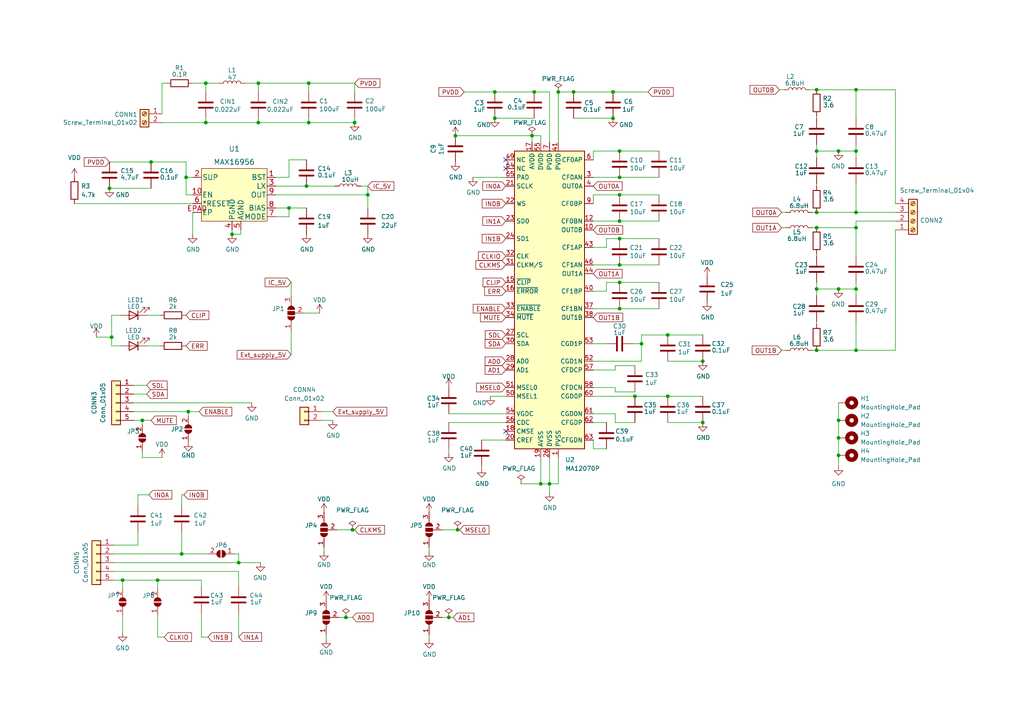
<source format=kicad_sch>
(kicad_sch (version 20211123) (generator eeschema)
  (paper "A4")
  (junction (at 100.33 179.07))
  (junction (at 236.855 83.82))
  (junction (at 203.835 122.555))
  (junction (at 236.855 101.6))
  (junction (at 143.51 34.29))
  (junction (at 69.215 163.195))
  (junction (at 236.855 61.595))
  (junction (at 83.82 60.325))
  (junction (at 243.205 121.92))
  (junction (at 59.69 24.13))
  (junction (at 143.51 26.67))
  (junction (at 156.845 140.335))
  (junction (at 243.205 132.08))
  (junction (at 53.975 51.435))
  (junction (at 236.855 26.035))
  (junction (at 88.9 53.975))
  (junction (at 166.37 26.67))
  (junction (at 32.385 97.79))
  (junction (at 243.205 43.815))
  (junction (at 41.275 121.92))
  (junction (at 45.72 168.275))
  (junction (at 248.285 83.82))
  (junction (at 193.675 114.935))
  (junction (at 179.705 64.135))
  (junction (at 179.705 51.435))
  (junction (at 161.925 26.67))
  (junction (at 154.305 39.37))
  (junction (at 74.93 35.56))
  (junction (at 248.285 43.815))
  (junction (at 67.31 67.945))
  (junction (at 106.68 56.515))
  (junction (at 54.61 119.38))
  (junction (at 179.705 56.515))
  (junction (at 177.8 34.29))
  (junction (at 236.855 66.04))
  (junction (at 248.285 101.6))
  (junction (at 132.08 39.37))
  (junction (at 35.56 168.275))
  (junction (at 186.055 99.695))
  (junction (at 89.535 24.13))
  (junction (at 159.385 140.335))
  (junction (at 193.675 97.155))
  (junction (at 248.285 26.035))
  (junction (at 248.285 66.04))
  (junction (at 177.8 26.67))
  (junction (at 243.205 127))
  (junction (at 74.93 24.13))
  (junction (at 179.705 76.835))
  (junction (at 243.205 83.82))
  (junction (at 236.855 43.815))
  (junction (at 89.535 35.56))
  (junction (at 132.715 153.67))
  (junction (at 203.835 104.775))
  (junction (at 59.69 35.56))
  (junction (at 130.175 179.07))
  (junction (at 179.705 89.535))
  (junction (at 102.235 153.67))
  (junction (at 52.705 160.655))
  (junction (at 248.285 61.595))
  (junction (at 179.705 81.915))
  (junction (at 102.87 35.56))
  (junction (at 184.15 114.935))
  (junction (at 154.94 26.67))
  (junction (at 31.75 54.61))
  (junction (at 179.705 43.815))
  (junction (at 43.815 46.99))
  (junction (at 179.705 69.215))
  (no_connect (at 146.685 125.095))
  (no_connect (at 146.685 46.355))
  (no_connect (at 146.685 48.895))
  (wire (pts (xy 54.61 119.38) (xy 57.785 119.38)))
  (wire (pts (xy 89.535 24.13) (xy 89.535 26.67)))
  (wire (pts (xy 172.085 104.775) (xy 186.055 104.775)))
  (wire (pts (xy 83.82 46.355) (xy 88.9 46.355)))
  (wire (pts (xy 184.15 106.045) (xy 178.435 106.045)))
  (wire (pts (xy 33.02 160.655) (xy 52.705 160.655)))
  (wire (pts (xy 235.585 61.595) (xy 236.855 61.595)))
  (wire (pts (xy 186.055 99.695) (xy 186.055 97.155)))
  (wire (pts (xy 102.87 24.13) (xy 102.87 26.67)))
  (wire (pts (xy 33.02 163.195) (xy 69.215 163.195)))
  (wire (pts (xy 161.925 41.275) (xy 161.925 26.67)))
  (wire (pts (xy 156.845 132.715) (xy 156.845 140.335)))
  (wire (pts (xy 46.99 35.56) (xy 59.69 35.56)))
  (wire (pts (xy 226.695 61.595) (xy 227.965 61.595)))
  (wire (pts (xy 248.285 93.345) (xy 248.285 101.6)))
  (wire (pts (xy 172.085 84.455) (xy 175.895 84.455)))
  (wire (pts (xy 172.085 64.135) (xy 179.705 64.135)))
  (wire (pts (xy 93.345 119.38) (xy 96.52 119.38)))
  (wire (pts (xy 179.705 76.835) (xy 172.085 76.835)))
  (wire (pts (xy 59.69 24.13) (xy 63.5 24.13)))
  (wire (pts (xy 38.735 111.76) (xy 42.545 111.76)))
  (wire (pts (xy 40.005 146.685) (xy 40.005 143.51)))
  (wire (pts (xy 243.205 83.82) (xy 248.285 83.82)))
  (wire (pts (xy 124.46 184.15) (xy 124.46 185.42)))
  (wire (pts (xy 146.685 114.935) (xy 142.24 114.935)))
  (wire (pts (xy 38.735 116.84) (xy 73.025 116.84)))
  (wire (pts (xy 83.82 60.325) (xy 88.9 60.325)))
  (wire (pts (xy 46.99 24.13) (xy 46.99 33.02)))
  (wire (pts (xy 172.085 51.435) (xy 179.705 51.435)))
  (wire (pts (xy 243.205 127) (xy 243.205 132.08)))
  (wire (pts (xy 52.705 160.655) (xy 60.325 160.655)))
  (wire (pts (xy 248.285 81.915) (xy 248.285 83.82)))
  (wire (pts (xy 154.305 39.37) (xy 154.305 41.275)))
  (wire (pts (xy 236.855 53.975) (xy 236.855 53.34)))
  (wire (pts (xy 41.275 121.92) (xy 41.275 123.19)))
  (wire (pts (xy 236.855 43.815) (xy 236.855 45.72)))
  (wire (pts (xy 159.385 132.715) (xy 159.385 140.335)))
  (wire (pts (xy 52.705 143.51) (xy 53.34 143.51)))
  (wire (pts (xy 175.895 84.455) (xy 175.895 81.915)))
  (wire (pts (xy 175.895 69.215) (xy 175.895 71.755)))
  (wire (pts (xy 248.285 26.035) (xy 259.715 26.035)))
  (wire (pts (xy 186.055 99.695) (xy 183.515 99.695)))
  (wire (pts (xy 236.855 81.915) (xy 236.855 83.82)))
  (wire (pts (xy 67.31 66.675) (xy 67.31 67.945)))
  (wire (pts (xy 40.005 143.51) (xy 43.18 143.51)))
  (wire (pts (xy 193.675 97.155) (xy 203.835 97.155)))
  (wire (pts (xy 58.42 184.785) (xy 60.325 184.785)))
  (wire (pts (xy 33.02 168.275) (xy 35.56 168.275)))
  (wire (pts (xy 32.385 97.79) (xy 32.385 100.33)))
  (wire (pts (xy 243.205 121.92) (xy 243.205 127)))
  (wire (pts (xy 236.855 74.295) (xy 236.855 73.66)))
  (wire (pts (xy 191.135 76.835) (xy 179.705 76.835)))
  (wire (pts (xy 178.435 107.315) (xy 172.085 107.315)))
  (wire (pts (xy 236.855 61.595) (xy 248.285 61.595)))
  (wire (pts (xy 89.535 35.56) (xy 89.535 34.29)))
  (wire (pts (xy 248.285 61.595) (xy 259.715 61.595)))
  (wire (pts (xy 154.94 26.67) (xy 159.385 26.67)))
  (wire (pts (xy 80.01 53.975) (xy 88.9 53.975)))
  (wire (pts (xy 179.705 69.215) (xy 175.895 69.215)))
  (wire (pts (xy 53.975 51.435) (xy 55.88 51.435)))
  (wire (pts (xy 248.285 83.82) (xy 248.285 85.725)))
  (wire (pts (xy 38.735 114.3) (xy 42.545 114.3)))
  (wire (pts (xy 236.855 43.815) (xy 243.205 43.815)))
  (wire (pts (xy 156.845 39.37) (xy 156.845 41.275)))
  (wire (pts (xy 88.9 53.975) (xy 97.155 53.975)))
  (wire (pts (xy 139.7 135.255) (xy 139.7 135.89)))
  (wire (pts (xy 97.79 153.67) (xy 102.235 153.67)))
  (wire (pts (xy 41.275 121.92) (xy 43.815 121.92)))
  (wire (pts (xy 46.355 91.44) (xy 42.545 91.44)))
  (wire (pts (xy 166.37 26.67) (xy 177.8 26.67)))
  (wire (pts (xy 156.845 140.335) (xy 159.385 140.335)))
  (wire (pts (xy 69.215 160.655) (xy 69.215 163.195)))
  (wire (pts (xy 259.715 64.135) (xy 248.285 64.135)))
  (wire (pts (xy 236.855 101.6) (xy 248.285 101.6)))
  (wire (pts (xy 69.215 165.735) (xy 69.215 170.18)))
  (wire (pts (xy 151.13 140.335) (xy 156.845 140.335)))
  (wire (pts (xy 35.56 178.435) (xy 35.56 183.515)))
  (wire (pts (xy 59.69 34.29) (xy 59.69 35.56)))
  (wire (pts (xy 67.945 160.655) (xy 69.215 160.655)))
  (wire (pts (xy 226.695 101.6) (xy 227.965 101.6)))
  (wire (pts (xy 243.205 116.84) (xy 243.205 121.92)))
  (wire (pts (xy 159.385 41.275) (xy 159.385 26.67)))
  (wire (pts (xy 179.705 69.215) (xy 191.135 69.215)))
  (wire (pts (xy 74.93 24.13) (xy 89.535 24.13)))
  (wire (pts (xy 89.535 24.13) (xy 102.87 24.13)))
  (wire (pts (xy 32.385 91.44) (xy 32.385 97.79)))
  (wire (pts (xy 38.735 119.38) (xy 54.61 119.38)))
  (wire (pts (xy 178.435 120.015) (xy 178.435 122.555)))
  (wire (pts (xy 248.285 26.035) (xy 248.285 34.29)))
  (wire (pts (xy 178.435 112.395) (xy 172.085 112.395)))
  (wire (pts (xy 130.175 131.445) (xy 130.175 130.175)))
  (wire (pts (xy 106.68 53.975) (xy 106.68 56.515)))
  (wire (pts (xy 248.285 43.815) (xy 248.285 45.72)))
  (wire (pts (xy 248.285 66.04) (xy 248.285 74.295)))
  (wire (pts (xy 59.69 24.13) (xy 59.69 26.67)))
  (wire (pts (xy 191.135 51.435) (xy 179.705 51.435)))
  (wire (pts (xy 132.715 153.67) (xy 133.35 153.67)))
  (wire (pts (xy 243.205 132.08) (xy 243.205 135.255)))
  (wire (pts (xy 236.855 34.29) (xy 236.855 33.655)))
  (wire (pts (xy 203.835 122.555) (xy 193.675 122.555)))
  (wire (pts (xy 83.82 51.435) (xy 83.82 46.355)))
  (wire (pts (xy 178.435 106.045) (xy 178.435 107.315)))
  (wire (pts (xy 31.75 54.61) (xy 43.815 54.61)))
  (wire (pts (xy 53.975 46.99) (xy 43.815 46.99)))
  (wire (pts (xy 80.01 62.865) (xy 83.82 62.865)))
  (wire (pts (xy 236.855 93.98) (xy 236.855 93.345)))
  (wire (pts (xy 74.93 24.13) (xy 74.93 26.67)))
  (wire (pts (xy 48.26 24.13) (xy 46.99 24.13)))
  (wire (pts (xy 80.01 60.325) (xy 83.82 60.325)))
  (wire (pts (xy 172.085 71.755) (xy 175.895 71.755)))
  (wire (pts (xy 102.235 153.67) (xy 102.87 153.67)))
  (wire (pts (xy 172.085 56.515) (xy 179.705 56.515)))
  (wire (pts (xy 41.275 130.81) (xy 41.275 132.715)))
  (wire (pts (xy 248.285 64.135) (xy 248.285 66.04)))
  (wire (pts (xy 41.275 132.715) (xy 46.99 132.715)))
  (wire (pts (xy 67.31 67.945) (xy 69.85 67.945)))
  (wire (pts (xy 38.735 121.92) (xy 41.275 121.92)))
  (wire (pts (xy 35.56 168.275) (xy 35.56 170.815)))
  (wire (pts (xy 46.355 100.33) (xy 42.545 100.33)))
  (wire (pts (xy 236.855 66.04) (xy 248.285 66.04)))
  (wire (pts (xy 74.93 35.56) (xy 89.535 35.56)))
  (wire (pts (xy 71.12 24.13) (xy 74.93 24.13)))
  (wire (pts (xy 159.385 140.335) (xy 159.385 142.875)))
  (wire (pts (xy 172.085 120.015) (xy 178.435 120.015)))
  (wire (pts (xy 128.27 179.07) (xy 130.175 179.07)))
  (wire (pts (xy 172.085 99.695) (xy 175.895 99.695)))
  (wire (pts (xy 27.94 97.79) (xy 32.385 97.79)))
  (wire (pts (xy 74.93 35.56) (xy 59.69 35.56)))
  (wire (pts (xy 172.085 114.935) (xy 184.15 114.935)))
  (wire (pts (xy 184.15 114.935) (xy 193.675 114.935)))
  (wire (pts (xy 58.42 177.8) (xy 58.42 184.785)))
  (wire (pts (xy 55.88 61.595) (xy 55.88 67.945)))
  (wire (pts (xy 83.82 62.865) (xy 83.82 60.325)))
  (wire (pts (xy 236.855 41.91) (xy 236.855 43.815)))
  (wire (pts (xy 74.93 34.29) (xy 74.93 35.56)))
  (wire (pts (xy 106.68 60.325) (xy 106.68 56.515)))
  (wire (pts (xy 235.585 66.04) (xy 236.855 66.04)))
  (wire (pts (xy 40.005 154.305) (xy 40.005 158.115)))
  (wire (pts (xy 161.925 26.67) (xy 166.37 26.67)))
  (wire (pts (xy 259.715 26.035) (xy 259.715 59.055)))
  (wire (pts (xy 54.61 119.38) (xy 54.61 120.65)))
  (wire (pts (xy 93.345 121.92) (xy 96.52 121.92)))
  (wire (pts (xy 88.265 90.805) (xy 92.71 90.805)))
  (wire (pts (xy 45.72 184.785) (xy 47.625 184.785)))
  (wire (pts (xy 154.305 39.37) (xy 156.845 39.37)))
  (wire (pts (xy 179.705 56.515) (xy 191.135 56.515)))
  (wire (pts (xy 52.705 146.685) (xy 52.705 143.51)))
  (wire (pts (xy 33.02 158.115) (xy 40.005 158.115)))
  (wire (pts (xy 259.715 101.6) (xy 248.285 101.6)))
  (wire (pts (xy 128.27 153.67) (xy 132.715 153.67)))
  (wire (pts (xy 45.72 178.435) (xy 45.72 184.785)))
  (wire (pts (xy 80.01 51.435) (xy 83.82 51.435)))
  (wire (pts (xy 161.925 132.715) (xy 161.925 140.335)))
  (wire (pts (xy 55.88 56.515) (xy 53.975 56.515)))
  (wire (pts (xy 137.16 51.435) (xy 146.685 51.435)))
  (wire (pts (xy 179.705 43.815) (xy 191.135 43.815)))
  (wire (pts (xy 146.685 122.555) (xy 130.175 122.555)))
  (wire (pts (xy 146.685 120.015) (xy 130.175 120.015)))
  (wire (pts (xy 186.055 97.155) (xy 193.675 97.155)))
  (wire (pts (xy 172.085 130.175) (xy 175.895 130.175)))
  (wire (pts (xy 236.855 26.035) (xy 248.285 26.035)))
  (wire (pts (xy 53.975 51.435) (xy 53.975 46.99)))
  (wire (pts (xy 226.06 26.035) (xy 227.33 26.035)))
  (wire (pts (xy 130.175 179.07) (xy 131.445 179.07)))
  (wire (pts (xy 184.15 113.665) (xy 178.435 113.665)))
  (wire (pts (xy 172.085 122.555) (xy 175.895 122.555)))
  (wire (pts (xy 32.385 100.33) (xy 34.925 100.33)))
  (wire (pts (xy 45.72 168.275) (xy 45.72 170.815)))
  (wire (pts (xy 172.085 43.815) (xy 172.085 46.355)))
  (wire (pts (xy 191.135 89.535) (xy 179.705 89.535)))
  (wire (pts (xy 84.455 81.915) (xy 84.455 85.725)))
  (wire (pts (xy 248.285 41.91) (xy 248.285 43.815)))
  (wire (pts (xy 154.94 26.67) (xy 143.51 26.67)))
  (wire (pts (xy 166.37 34.29) (xy 177.8 34.29)))
  (wire (pts (xy 186.055 104.775) (xy 186.055 99.695)))
  (wire (pts (xy 191.135 81.915) (xy 179.705 81.915)))
  (wire (pts (xy 175.895 81.915) (xy 179.705 81.915)))
  (wire (pts (xy 102.87 35.56) (xy 102.87 34.29)))
  (wire (pts (xy 259.715 66.675) (xy 259.715 101.6)))
  (wire (pts (xy 172.085 43.815) (xy 179.705 43.815)))
  (wire (pts (xy 143.51 34.29) (xy 154.94 34.29)))
  (wire (pts (xy 69.215 184.785) (xy 69.215 177.8)))
  (wire (pts (xy 100.33 179.07) (xy 102.235 179.07)))
  (wire (pts (xy 172.085 56.515) (xy 172.085 59.055)))
  (wire (pts (xy 89.535 35.56) (xy 102.87 35.56)))
  (wire (pts (xy 69.215 163.195) (xy 75.565 163.195)))
  (wire (pts (xy 235.585 101.6) (xy 236.855 101.6)))
  (wire (pts (xy 34.925 91.44) (xy 32.385 91.44)))
  (wire (pts (xy 55.88 24.13) (xy 59.69 24.13)))
  (wire (pts (xy 234.95 26.035) (xy 236.855 26.035)))
  (wire (pts (xy 243.205 43.815) (xy 248.285 43.815)))
  (wire (pts (xy 193.675 104.775) (xy 203.835 104.775)))
  (wire (pts (xy 58.42 170.18) (xy 58.42 168.275)))
  (wire (pts (xy 236.855 83.82) (xy 236.855 85.725)))
  (wire (pts (xy 193.675 114.935) (xy 203.835 114.935)))
  (wire (pts (xy 84.455 102.87) (xy 84.455 95.885)))
  (wire (pts (xy 94.615 184.15) (xy 94.615 185.42)))
  (wire (pts (xy 236.855 83.82) (xy 243.205 83.82)))
  (wire (pts (xy 134.62 26.67) (xy 143.51 26.67)))
  (wire (pts (xy 248.285 53.34) (xy 248.285 61.595)))
  (wire (pts (xy 172.085 89.535) (xy 179.705 89.535)))
  (wire (pts (xy 93.98 158.75) (xy 93.98 160.02)))
  (wire (pts (xy 161.925 140.335) (xy 159.385 140.335)))
  (wire (pts (xy 35.56 168.275) (xy 45.72 168.275)))
  (wire (pts (xy 98.425 179.07) (xy 100.33 179.07)))
  (wire (pts (xy 104.775 53.975) (xy 106.68 53.975)))
  (wire (pts (xy 69.85 67.945) (xy 69.85 66.675)))
  (wire (pts (xy 80.01 56.515) (xy 106.68 56.515)))
  (wire (pts (xy 58.42 168.275) (xy 45.72 168.275)))
  (wire (pts (xy 124.46 158.75) (xy 124.46 160.02)))
  (wire (pts (xy 179.705 64.135) (xy 191.135 64.135)))
  (wire (pts (xy 146.685 127.635) (xy 139.7 127.635)))
  (wire (pts (xy 172.085 127.635) (xy 172.085 130.175)))
  (wire (pts (xy 52.705 154.305) (xy 52.705 160.655)))
  (wire (pts (xy 178.435 113.665) (xy 178.435 112.395)))
  (wire (pts (xy 33.02 165.735) (xy 69.215 165.735)))
  (wire (pts (xy 132.08 39.37) (xy 154.305 39.37)))
  (wire (pts (xy 177.8 26.67) (xy 187.96 26.67)))
  (wire (pts (xy 21.59 59.055) (xy 55.88 59.055)))
  (wire (pts (xy 178.435 122.555) (xy 184.15 122.555)))
  (wire (pts (xy 31.75 46.99) (xy 43.815 46.99)))
  (wire (pts (xy 226.695 66.04) (xy 227.965 66.04)))
  (wire (pts (xy 53.975 56.515) (xy 53.975 51.435)))
  (global_label "IN1B" (shape input) (at 60.325 184.785 0) (property "Intersheet References" "${INTERSHEET_REFS}" (effects hide)))
  (global_label "OUT1A" (shape input) (at 172.085 79.375 0) (property "Intersheet References" "${INTERSHEET_REFS}" (effects hide)))
  (global_label "OUT1B" (shape input) (at 226.695 101.6 180) (property "Intersheet References" "${INTERSHEET_REFS}" (effects hide)))
  (global_label "ENABLE" (shape input) (at 57.785 119.38 0) (property "Intersheet References" "${INTERSHEET_REFS}" (effects hide)))
  (global_label "Ext_supply_5V" (shape input) (at 96.52 119.38 0) (property "Intersheet References" "${INTERSHEET_REFS}" (effects hide)))
  (global_label "PVDD" (shape input) (at 102.87 24.13 0) (property "Intersheet References" "${INTERSHEET_REFS}" (effects hide)))
  (global_label "IC_5V" (shape input) (at 106.68 53.975 0) (property "Intersheet References" "${INTERSHEET_REFS}" (effects hide)))
  (global_label "IN0B" (shape input) (at 146.685 59.055 180) (property "Intersheet References" "${INTERSHEET_REFS}" (effects hide)))
  (global_label "MSEL0" (shape input) (at 146.685 112.395 180) (property "Intersheet References" "${INTERSHEET_REFS}" (effects hide)))
  (global_label "MUTE" (shape input) (at 146.685 92.075 180) (property "Intersheet References" "${INTERSHEET_REFS}" (effects hide)))
  (global_label "OUT0A" (shape input) (at 172.085 53.975 0) (property "Intersheet References" "${INTERSHEET_REFS}" (effects hide)))
  (global_label "OUT0A" (shape input) (at 226.695 61.595 180) (property "Intersheet References" "${INTERSHEET_REFS}" (effects hide)))
  (global_label "SDL" (shape input) (at 42.545 111.76 0) (property "Intersheet References" "${INTERSHEET_REFS}" (effects hide)))
  (global_label "CLKMS" (shape input) (at 102.87 153.67 0) (property "Intersheet References" "${INTERSHEET_REFS}" (effects hide)))
  (global_label "CLKIO" (shape input) (at 47.625 184.785 0) (property "Intersheet References" "${INTERSHEET_REFS}" (effects hide)))
  (global_label "PVDD" (shape input) (at 134.62 26.67 180) (property "Intersheet References" "${INTERSHEET_REFS}" (effects hide)))
  (global_label "CLIP" (shape input) (at 53.975 91.44 0) (property "Intersheet References" "${INTERSHEET_REFS}" (effects hide)))
  (global_label "AD0" (shape input) (at 102.235 179.07 0) (property "Intersheet References" "${INTERSHEET_REFS}" (effects hide)))
  (global_label "PVDD" (shape input) (at 187.96 26.67 0) (property "Intersheet References" "${INTERSHEET_REFS}" (effects hide)))
  (global_label "IN1A" (shape input) (at 69.215 184.785 0) (property "Intersheet References" "${INTERSHEET_REFS}" (effects hide)))
  (global_label "SDA" (shape input) (at 146.685 99.695 180) (property "Intersheet References" "${INTERSHEET_REFS}" (effects hide)))
  (global_label "ERR" (shape input) (at 53.975 100.33 0) (property "Intersheet References" "${INTERSHEET_REFS}" (effects hide)))
  (global_label "IN1B" (shape input) (at 146.685 69.215 180) (property "Intersheet References" "${INTERSHEET_REFS}" (effects hide)))
  (global_label "MUTE" (shape input) (at 43.815 121.92 0) (property "Intersheet References" "${INTERSHEET_REFS}" (effects hide)))
  (global_label "AD1" (shape input) (at 131.445 179.07 0) (property "Intersheet References" "${INTERSHEET_REFS}" (effects hide)))
  (global_label "Ext_supply_5V" (shape input) (at 84.455 102.87 180) (property "Intersheet References" "${INTERSHEET_REFS}" (effects hide)))
  (global_label "OUT0B" (shape input) (at 172.085 66.675 0) (property "Intersheet References" "${INTERSHEET_REFS}" (effects hide)))
  (global_label "CLIP" (shape input) (at 146.685 81.915 180) (property "Intersheet References" "${INTERSHEET_REFS}" (effects hide)))
  (global_label "IN0B" (shape input) (at 53.34 143.51 0) (property "Intersheet References" "${INTERSHEET_REFS}" (effects hide)))
  (global_label "CLKMS" (shape input) (at 146.685 76.835 180) (property "Intersheet References" "${INTERSHEET_REFS}" (effects hide)))
  (global_label "IN0A" (shape input) (at 146.685 53.975 180) (property "Intersheet References" "${INTERSHEET_REFS}" (effects hide)))
  (global_label "AD1" (shape input) (at 146.685 107.315 180) (property "Intersheet References" "${INTERSHEET_REFS}" (effects hide)))
  (global_label "ENABLE" (shape input) (at 146.685 89.535 180) (property "Intersheet References" "${INTERSHEET_REFS}" (effects hide)))
  (global_label "IN0A" (shape input) (at 43.18 143.51 0) (property "Intersheet References" "${INTERSHEET_REFS}" (effects hide)))
  (global_label "IC_5V" (shape input) (at 84.455 81.915 180) (property "Intersheet References" "${INTERSHEET_REFS}" (effects hide)))
  (global_label "AD0" (shape input) (at 146.685 104.775 180) (property "Intersheet References" "${INTERSHEET_REFS}" (effects hide)))
  (global_label "OUT0B" (shape input) (at 226.06 26.035 180) (property "Intersheet References" "${INTERSHEET_REFS}" (effects hide)))
  (global_label "ERR" (shape input) (at 146.685 84.455 180) (property "Intersheet References" "${INTERSHEET_REFS}" (effects hide)))
  (global_label "SDL" (shape input) (at 146.685 97.155 180) (property "Intersheet References" "${INTERSHEET_REFS}" (effects hide)))
  (global_label "PVDD" (shape input) (at 31.75 46.99 180) (property "Intersheet References" "${INTERSHEET_REFS}" (effects hide)))
  (global_label "OUT1B" (shape input) (at 172.085 92.075 0) (property "Intersheet References" "${INTERSHEET_REFS}" (effects hide)))
  (global_label "SDA" (shape input) (at 42.545 114.3 0) (property "Intersheet References" "${INTERSHEET_REFS}" (effects hide)))
  (global_label "CLKIO" (shape input) (at 146.685 74.295 180) (property "Intersheet References" "${INTERSHEET_REFS}" (effects hide)))
  (global_label "OUT1A" (shape input) (at 226.695 66.04 180) (property "Intersheet References" "${INTERSHEET_REFS}" (effects hide)))
  (global_label "MSEL0" (shape input) (at 133.35 153.67 0) (property "Intersheet References" "${INTERSHEET_REFS}" (effects hide)))
  (global_label "IN1A" (shape input) (at 146.685 64.135 180) (property "Intersheet References" "${INTERSHEET_REFS}" (effects hide)))
  (symbol (lib_id "Device:L") (at 231.14 26.035 270) (mirror x) (unit 1)
    (property "Reference" "L2" (at 229.235 22.225 90))
    (property "Value" "6.8uH" (at 230.505 24.13 90))
    (property "Footprint" "Inductor_Murata_TH:L_Radial_TH_Murata_D16.9_P14.0" (effects hide))
    (property "manufacturerRef" "RLB9012-6R8ML" (effects hide))
    (property "property_1" "D9.0xH12.2" (effects hide))
  )
  (symbol (lib_id "Device:R") (at 236.855 29.845 0) (mirror y) (unit 1)
    (property "Reference" "R2" (at 241.3 28.575 0) (effects (justify left)))
    (property "Value" "3.6" (at 241.935 30.48 0) (effects (justify left)))
    (property "Footprint" "Resistor_SMD:R_1206_3216Metric" (effects hide))
  )
  (symbol (lib_id "Device:C") (at 236.855 38.1 0) (mirror y) (unit 1)
    (property "Reference" "C7" (at 231.775 36.83 0))
    (property "Value" "1uF" (at 231.775 38.735 0))
    (property "Footprint" "Capacitor_TH_TDK:C_Rect_L7.3_W4.5_P5.0" (effects hide))
    (property "property_1" "L13.0xW5.0" (effects hide))
    (property "infineonRef" "C0A0" (effects hide))
  )
  (symbol (lib_id "power:GND") (at 243.205 43.815 0) (mirror y) (unit 1)
    (property "Reference" "#PWR05" (effects hide))
    (property "Value" "GND" (at 243.078 48.2092 0))
  )
  (symbol (lib_id "Device:L") (at 231.775 61.595 270) (mirror x) (unit 1)
    (property "Reference" "L4" (at 231.14 57.785 90))
    (property "Value" "6.8uH" (at 231.775 59.69 90))
    (property "Footprint" "Inductor_Murata_TH:L_Radial_TH_Murata_D16.9_P14.0" (effects hide))
    (property "manufacturerRef" "RLB9012-6R8ML" (effects hide))
    (property "property_1" "D9.0xH12.2" (effects hide))
  )
  (symbol (lib_id "Device:C") (at 248.285 38.1 180) (unit 1)
    (property "Reference" "C8" (at 250.825 36.83 0) (effects (justify right)))
    (property "Value" "0.47uF" (at 250.825 38.735 0) (effects (justify right)))
    (property "Footprint" "Capacitor_TH_TDK:C_Rect_L7.3_W4.5_P5.0" (effects hide))
    (property "infineonRef" "C0B1" (effects hide))
    (property "property_1" "L7.2xW4.5" (effects hide))
  )
  (symbol (lib_id "Device:R") (at 236.855 57.785 0) (mirror y) (unit 1)
    (property "Reference" "R4" (at 241.3 55.88 0) (effects (justify left)))
    (property "Value" "3.6" (at 241.935 57.785 0) (effects (justify left)))
    (property "Footprint" "Resistor_SMD:R_1206_3216Metric" (effects hide))
  )
  (symbol (lib_id "Device:C") (at 236.855 49.53 180) (unit 1)
    (property "Reference" "C12" (at 232.41 48.26 0))
    (property "Value" "1uF" (at 232.41 50.165 0))
    (property "Footprint" "Capacitor_TH_TDK:C_Rect_L7.3_W4.5_P5.0" (effects hide))
    (property "property_1" "L13.0xW5.0" (effects hide))
    (property "infineonRef" "C0B0" (effects hide))
  )
  (symbol (lib_id "Device:C") (at 248.285 49.53 180) (unit 1)
    (property "Reference" "C13" (at 250.825 48.26 0) (effects (justify right)))
    (property "Value" "0.47uF" (at 250.825 50.165 0) (effects (justify right)))
    (property "Footprint" "Capacitor_TH_TDK:C_Rect_L7.3_W4.5_P5.0" (effects hide))
    (property "infineonRef" "C0A1" (effects hide))
    (property "property_1" "L7.2xW4.5" (effects hide))
  )
  (symbol (lib_id "Connector:Screw_Terminal_01x04") (at 264.795 64.135 0) (mirror x) (unit 1)
    (property "Reference" "CONN2" (at 266.827 63.9318 0) (effects (justify left)))
    (property "Value" "Screw_Terminal_01x04" (at 260.985 55.245 0) (effects (justify left)))
    (property "Footprint" "TerminalBlock_Phoenix:TerminalBlock_Phoenix_MKDS-1,5-4_1x04_P5.00mm_Horizontal" (effects hide))
  )
  (symbol (lib_id "Connector:Screw_Terminal_01x02") (at 41.91 33.02 0) (mirror y) (unit 1)
    (property "Reference" "CONN1" (at 39.878 33.2232 0) (effects (justify left)))
    (property "Value" "Screw_Terminal_01x02" (at 39.878 35.5346 0) (effects (justify left)))
    (property "Footprint" "TerminalBlock_Phoenix:TerminalBlock_Phoenix_MKDS-1,5-2_1x02_P5.00mm_Horizontal" (effects hide))
  )
  (symbol (lib_id "Device:C") (at 179.705 47.625 0) (unit 1)
    (property "Reference" "C10" (at 182.626 46.4566 0) (effects (justify left)))
    (property "Value" "10uF" (at 182.626 48.768 0) (effects (justify left)))
    (property "Footprint" "Capacitor_SMD:C_1206_3216Metric" (effects hide))
    (property "infineonRef" "CF0A0" (effects hide))
    (property "property_1" "X5R" (effects hide))
    (property "property_2" "25V" (effects hide))
    (property "manufacturerRef" "GRM31CR71E106KA12L" (effects hide))
  )
  (symbol (lib_id "Device:C") (at 191.135 47.625 0) (unit 1)
    (property "Reference" "C11" (at 194.056 46.4566 0) (effects (justify left)))
    (property "Value" "10uF" (at 194.056 48.768 0) (effects (justify left)))
    (property "Footprint" "Capacitor_SMD:C_1206_3216Metric" (effects hide))
    (property "infineonRef" "CF0A1" (effects hide))
    (property "property_1" "X5R" (effects hide))
    (property "property_2" "25V" (effects hide))
    (property "manufacturerRef" "GRM31CR71E106KA12L" (effects hide))
  )
  (symbol (lib_id "Device:C") (at 179.705 60.325 0) (unit 1)
    (property "Reference" "C17" (at 182.626 59.1566 0) (effects (justify left)))
    (property "Value" "10uF" (at 182.626 61.468 0) (effects (justify left)))
    (property "Footprint" "Capacitor_SMD:C_1206_3216Metric" (effects hide))
    (property "infineonRef" "CF0B0" (effects hide))
    (property "property_1" "X5R" (effects hide))
    (property "property_2" "25V" (effects hide))
    (property "manufacturerRef" "GRM31CR71E106KA12L" (effects hide))
  )
  (symbol (lib_id "Device:C") (at 191.135 60.325 0) (unit 1)
    (property "Reference" "C18" (at 194.056 59.1566 0) (effects (justify left)))
    (property "Value" "10uF" (at 194.056 61.468 0) (effects (justify left)))
    (property "Footprint" "Capacitor_SMD:C_1206_3216Metric" (effects hide))
    (property "infineonRef" "CF0B1" (effects hide))
    (property "property_1" "X5R" (effects hide))
    (property "property_2" "25V" (effects hide))
    (property "manufacturerRef" "GRM31CR71E106KA12L" (effects hide))
  )
  (symbol (lib_id "Device:C") (at 179.705 73.025 0) (unit 1)
    (property "Reference" "C21" (at 182.626 71.8566 0) (effects (justify left)))
    (property "Value" "10uF" (at 182.626 74.168 0) (effects (justify left)))
    (property "Footprint" "Capacitor_SMD:C_1206_3216Metric" (effects hide))
    (property "infineonRef" "CF1A0" (effects hide))
    (property "property_1" "X5R" (effects hide))
    (property "property_2" "25V" (effects hide))
    (property "manufacturerRef" "GRM31CR71E106KA12L" (effects hide))
  )
  (symbol (lib_id "Device:C") (at 191.135 73.025 0) (unit 1)
    (property "Reference" "C22" (at 194.056 71.8566 0) (effects (justify left)))
    (property "Value" "10uF" (at 194.056 74.168 0) (effects (justify left)))
    (property "Footprint" "Capacitor_SMD:C_1206_3216Metric" (effects hide))
    (property "infineonRef" "CF1A1" (effects hide))
    (property "property_1" "X5R" (effects hide))
    (property "property_2" "25V" (effects hide))
    (property "manufacturerRef" "GRM31CR71E106KA12L" (effects hide))
  )
  (symbol (lib_id "Device:C") (at 179.705 85.725 0) (unit 1)
    (property "Reference" "C26" (at 182.626 84.5566 0) (effects (justify left)))
    (property "Value" "10uF" (at 182.626 86.868 0) (effects (justify left)))
    (property "Footprint" "Capacitor_SMD:C_1206_3216Metric" (effects hide))
    (property "infineonRef" "CF1B0" (effects hide))
    (property "property_1" "X5R" (effects hide))
    (property "property_2" "25V" (effects hide))
    (property "manufacturerRef" "GRM31CR71E106KA12L" (effects hide))
  )
  (symbol (lib_id "Device:C") (at 191.135 85.725 0) (unit 1)
    (property "Reference" "C27" (at 194.056 84.5566 0) (effects (justify left)))
    (property "Value" "10uF" (at 194.056 86.868 0) (effects (justify left)))
    (property "Footprint" "Capacitor_SMD:C_1206_3216Metric" (effects hide))
    (property "infineonRef" "CF1B1" (effects hide))
    (property "property_1" "X5R" (effects hide))
    (property "property_2" "25V" (effects hide))
    (property "manufacturerRef" "GRM31CR71E106KA12L" (effects hide))
  )
  (symbol (lib_id "power:GND") (at 124.46 185.42 0) (unit 1)
    (property "Reference" "#PWR040" (effects hide))
    (property "Value" "GND" (at 124.587 189.8142 0))
  )
  (symbol (lib_id "power:GND") (at 94.615 185.42 0) (unit 1)
    (property "Reference" "#PWR039" (effects hide))
    (property "Value" "GND" (at 94.615 189.23 0))
  )
  (symbol (lib_id "power:GND") (at 142.24 114.935 0) (unit 1)
    (property "Reference" "#PWR021" (effects hide))
    (property "Value" "GND" (at 139.065 116.84 0))
  )
  (symbol (lib_id "power:GND") (at 159.385 142.875 0) (unit 1)
    (property "Reference" "#PWR030" (effects hide))
    (property "Value" "GND" (at 159.512 147.2692 0))
  )
  (symbol (lib_id "Device:C") (at 179.705 99.695 270) (unit 1)
    (property "Reference" "C30" (at 179.705 94.615 90))
    (property "Value" "1uF" (at 179.705 96.52 90))
    (property "Footprint" "Capacitor_SMD:C_1206_3216Metric" (effects hide))
    (property "infineonRef" "CGD0" (effects hide))
    (property "property_1" "X7R" (effects hide))
    (property "property_2" "50V" (effects hide))
    (property "manufacturerRef" "GCJ31MR71H105KA12L" (effects hide))
  )
  (symbol (lib_id "Device:C") (at 193.675 100.965 0) (unit 1)
    (property "Reference" "C31" (at 196.596 99.7966 0) (effects (justify left)))
    (property "Value" "1uF" (at 196.596 102.108 0) (effects (justify left)))
    (property "Footprint" "Capacitor_SMD:C_1206_3216Metric" (effects hide))
    (property "infineonRef" "CGD1N1" (effects hide))
    (property "property_1" "X7R" (effects hide))
    (property "property_2" "50V" (effects hide))
    (property "manufacturerRef" "GCJ31MR71H105KA12L" (effects hide))
  )
  (symbol (lib_id "Device:C") (at 203.835 100.965 180) (unit 1)
    (property "Reference" "C32" (at 206.375 99.695 0) (effects (justify right)))
    (property "Value" "0.1uF" (at 206.375 101.6 0) (effects (justify right)))
    (property "Footprint" "Capacitor_SMD:C_1206_3216Metric" (effects hide))
    (property "infineonRef" "CGD1N0" (effects hide))
    (property "property_1" "C0G/NP0" (effects hide))
    (property "property_2" "50V" (effects hide))
    (property "manufacturerRef" "GRM31C5C1H104JA01K" (effects hide))
  )
  (symbol (lib_id "power:GND") (at 203.835 122.555 0) (unit 1)
    (property "Reference" "#PWR024" (effects hide))
    (property "Value" "GND" (at 203.962 126.9492 0))
  )
  (symbol (lib_id "Device:C") (at 130.175 116.205 0) (unit 1)
    (property "Reference" "C34" (at 125.73 115.57 0))
    (property "Value" "1uF" (at 125.73 117.475 0))
    (property "Footprint" "Capacitor_SMD:C_1206_3216Metric" (effects hide))
    (property "infineonRef" "CVGDC" (effects hide))
    (property "property_1" "X7R" (effects hide))
    (property "property_2" "50V" (effects hide))
    (property "manufacturerRef" "GCJ31MR71H105KA12L" (effects hide))
  )
  (symbol (lib_id "Device:C") (at 130.175 126.365 0) (unit 1)
    (property "Reference" "C38" (at 125.73 125.73 0))
    (property "Value" "1uF" (at 125.73 127.635 0))
    (property "Footprint" "Capacitor_SMD:C_1206_3216Metric" (effects hide))
    (property "infineonRef" "CCDC" (effects hide))
    (property "property_1" "X7R" (effects hide))
    (property "property_2" "50V" (effects hide))
    (property "manufacturerRef" "GCJ31MR71H105KA12L" (effects hide))
  )
  (symbol (lib_id "power:GND") (at 130.175 131.445 0) (unit 1)
    (property "Reference" "#PWR026" (effects hide))
    (property "Value" "GND" (at 130.302 135.8392 0))
  )
  (symbol (lib_id "Device:C") (at 139.7 131.445 0) (unit 1)
    (property "Reference" "C40" (at 135.255 130.175 0))
    (property "Value" "1uF" (at 135.255 132.08 0))
    (property "Footprint" "Capacitor_SMD:C_1206_3216Metric" (effects hide))
    (property "infineonRef" "CCREF" (effects hide))
    (property "property_1" "X7R" (effects hide))
    (property "property_2" "50V" (effects hide))
    (property "manufacturerRef" "GCJ31MR71H105KA12L" (effects hide))
  )
  (symbol (lib_id "power:GND") (at 139.7 135.89 0) (unit 1)
    (property "Reference" "#PWR029" (effects hide))
    (property "Value" "GND" (at 139.827 140.2842 0))
  )
  (symbol (lib_id "Device:C") (at 175.895 126.365 180) (unit 1)
    (property "Reference" "C39" (at 178.435 125.095 0) (effects (justify right)))
    (property "Value" "0.1uF" (at 178.435 127.4064 0) (effects (justify right)))
    (property "Footprint" "Capacitor_SMD:C_1206_3216Metric" (effects hide))
    (property "infineonRef" "CFGD" (effects hide))
    (property "property_1" "C0G/NP0" (effects hide))
    (property "property_2" "50V" (effects hide))
    (property "manufacturerRef" "GRM31C5C1H104JA01K" (effects hide))
  )
  (symbol (lib_id "Device:C") (at 184.15 118.745 0) (unit 1)
    (property "Reference" "C35" (at 188.595 117.475 0))
    (property "Value" "1uF" (at 188.595 119.38 0))
    (property "Footprint" "Capacitor_SMD:C_1206_3216Metric" (effects hide))
    (property "infineonRef" "CGD1" (effects hide))
    (property "property_1" "X7R" (effects hide))
    (property "property_2" "50V" (effects hide))
    (property "manufacturerRef" "GCJ31MR71H105KA12L" (effects hide))
  )
  (symbol (lib_id "Device:C") (at 193.675 118.745 0) (unit 1)
    (property "Reference" "C36" (at 196.215 117.475 0) (effects (justify left)))
    (property "Value" "1uF" (at 196.215 119.38 0) (effects (justify left)))
    (property "Footprint" "Capacitor_SMD:C_1206_3216Metric" (effects hide))
    (property "infineonRef" "CGD0N1" (effects hide))
    (property "property_1" "X7R" (effects hide))
    (property "property_2" "50V" (effects hide))
    (property "manufacturerRef" "GCJ31MR71H105KA12L" (effects hide))
  )
  (symbol (lib_id "Device:C") (at 203.835 118.745 180) (unit 1)
    (property "Reference" "C37" (at 206.375 117.475 0) (effects (justify right)))
    (property "Value" "0.1uF" (at 206.375 119.38 0) (effects (justify right)))
    (property "Footprint" "Capacitor_SMD:C_1206_3216Metric" (effects hide))
    (property "infineonRef" "CGD0N0" (effects hide))
    (property "property_1" "C0G/NP0" (effects hide))
    (property "property_2" "50V" (effects hide))
    (property "manufacturerRef" "GRM31C5C1H104JA01K" (effects hide))
  )
  (symbol (lib_id "power:GND") (at 203.835 104.775 0) (unit 1)
    (property "Reference" "#PWR019" (effects hide))
    (property "Value" "GND" (at 203.962 109.1692 0))
  )
  (symbol (lib_id "Device:C") (at 184.15 109.855 0) (unit 1)
    (property "Reference" "C33" (at 187.071 108.6866 0) (effects (justify left)))
    (property "Value" "1uF" (at 187.071 110.998 0) (effects (justify left)))
    (property "Footprint" "Capacitor_SMD:C_1206_3216Metric" (effects hide))
    (property "infineonRef" "CFDC" (effects hide))
    (property "property_1" "X7R" (effects hide))
    (property "property_2" "50V" (effects hide))
    (property "manufacturerRef" "GCJ31MR71H105KA12L" (effects hide))
  )
  (symbol (lib_id "Device:C") (at 166.37 30.48 0) (unit 1)
    (property "Reference" "C5" (at 170.815 29.845 0))
    (property "Value" "0.1uF" (at 171.7675 31.7881 0))
    (property "Footprint" "Capacitor_SMD:C_1206_3216Metric" (effects hide))
    (property "infineonRef" "CPVDD1A" (effects hide))
    (property "property_1" "C0G/NP0" (effects hide))
    (property "property_2" "50V" (effects hide))
    (property "manufacturerRef" "GRM31C5C1H104JA01K" (effects hide))
  )
  (symbol (lib_id "Device:C") (at 177.8 30.48 0) (unit 1)
    (property "Reference" "C6" (at 182.245 29.4386 0))
    (property "Value" "1uF" (at 182.245 31.75 0))
    (property "Footprint" "Capacitor_SMD:C_1206_3216Metric" (effects hide))
    (property "infineonRef" "CPVDD1B" (effects hide))
    (property "property_1" "X7R" (effects hide))
    (property "property_2" "50V" (effects hide))
    (property "manufacturerRef" "GCJ31MR71H105KA12L" (effects hide))
  )
  (symbol (lib_id "power:GND") (at 177.8 34.29 0) (unit 1)
    (property "Reference" "#PWR02" (effects hide))
    (property "Value" "GND" (at 181.61 36.195 0))
  )
  (symbol (lib_id "Device:C") (at 154.94 30.48 0) (mirror y) (unit 1)
    (property "Reference" "C4" (at 150.1775 29.2481 0))
    (property "Value" "0.1uF" (at 149.86 31.115 0))
    (property "Footprint" "Capacitor_SMD:C_1206_3216Metric" (effects hide))
    (property "infineonRef" "CPVDD0A" (effects hide))
    (property "property_1" "C0G/NP0" (effects hide))
    (property "property_2" "50V" (effects hide))
    (property "manufacturerRef" "GRM31C5C1H104JA01K" (effects hide))
  )
  (symbol (lib_id "Device:C") (at 143.51 30.48 0) (mirror y) (unit 1)
    (property "Reference" "C3" (at 139.065 29.845 0))
    (property "Value" "1uF" (at 139.065 31.75 0))
    (property "Footprint" "Capacitor_SMD:C_1206_3216Metric" (effects hide))
    (property "infineonRef" "CPVDD0B" (effects hide))
    (property "property_1" "X7R" (effects hide))
    (property "property_2" "50V" (effects hide))
    (property "manufacturerRef" "GCJ31MR71H105KA12L" (effects hide))
  )
  (symbol (lib_id "power:GND") (at 143.51 34.29 0) (mirror y) (unit 1)
    (property "Reference" "#PWR01" (effects hide))
    (property "Value" "GND" (at 140.335 36.195 0))
  )
  (symbol (lib_id "Device:C") (at 132.08 43.18 0) (mirror y) (unit 1)
    (property "Reference" "C9" (at 125.6792 43.18 90))
    (property "Value" "1uF" (at 127.9906 43.18 90))
    (property "Footprint" "Capacitor_SMD:C_1206_3216Metric" (effects hide))
    (property "infineonRef" "CAVDD0" (effects hide))
    (property "property_1" "X7R" (effects hide))
    (property "property_2" "50V" (effects hide))
    (property "manufacturerRef" "GCJ31MR71H105KA12L" (effects hide))
  )
  (symbol (lib_id "power:GND") (at 132.08 46.99 0) (unit 1)
    (property "Reference" "#PWR06" (effects hide))
    (property "Value" "GND" (at 132.207 51.3842 0))
  )
  (symbol (lib_id "Device:R") (at 50.165 91.44 270) (unit 1)
    (property "Reference" "R6" (at 50.165 86.995 90))
    (property "Value" "2k" (at 50.165 88.9 90))
    (property "Footprint" "Resistor_SMD:R_1206_3216Metric" (effects hide))
    (property "infineonRef" "R_CLIP" (effects hide))
  )
  (symbol (lib_id "Device:R") (at 50.165 100.33 270) (unit 1)
    (property "Reference" "R8" (at 50.165 95.885 90))
    (property "Value" "2k" (at 50.165 97.79 90))
    (property "Footprint" "Resistor_SMD:R_1206_3216Metric" (effects hide))
    (property "infineonRef" "R_ERROR" (effects hide))
  )
  (symbol (lib_id "Device:LED") (at 38.735 91.44 180) (unit 1)
    (property "Reference" "LED1" (at 39.37 86.995 0))
    (property "Value" "LED" (at 38.735 88.9 0))
    (property "Footprint" "LED_SMD:LED_1206_3216Metric" (effects hide))
    (property "infineonRef" "CLIP_LED_1" (effects hide))
  )
  (symbol (lib_id "Device:LED") (at 38.735 100.33 180) (unit 1)
    (property "Reference" "LED2" (at 38.735 95.885 0))
    (property "Value" "LED" (at 38.735 97.79 0))
    (property "Footprint" "LED_SMD:LED_1206_3216Metric" (effects hide))
    (property "infineonRef" "ERROR_LED_1" (effects hide))
  )
  (symbol (lib_id "Device:R") (at 52.07 24.13 90) (unit 1)
    (property "Reference" "R1" (at 52.07 19.685 90))
    (property "Value" "0.1R" (at 52.07 21.59 90))
    (property "Footprint" "Resistor_SMD:R_2512_6332Metric" (effects hide))
    (property "infineonRef" "RPVDD1" (effects hide))
  )
  (symbol (lib_id "Device:C") (at 59.69 30.48 0) (mirror x) (unit 1)
    (property "Reference" "CIN1" (at 66.04 29.4386 0))
    (property "Value" "0.022uF" (at 66.04 31.75 0))
    (property "Footprint" "Capacitor_SMD:C_1206_3216Metric" (effects hide))
    (property "infineonRef" "CIN0" (effects hide))
    (property "property_1" "C0G/NP0" (effects hide))
    (property "property_2" "50V" (effects hide))
    (property "manufacturerRef" "GRM3195C1H223JA01D" (effects hide))
  )
  (symbol (lib_id "Device:L") (at 67.31 24.13 90) (unit 1)
    (property "Reference" "L1" (at 67.31 20.32 90))
    (property "Value" "47" (at 67.31 22.4536 90))
    (property "Footprint" "Inductor_SMD:L_2010_5025Metric" (effects hide))
    (property "infineonRef" "LSUP1" (effects hide))
  )
  (symbol (lib_id "Device:C") (at 74.93 30.48 0) (mirror x) (unit 1)
    (property "Reference" "CIN2" (at 81.28 29.4386 0))
    (property "Value" "0.022uF" (at 81.28 31.75 0))
    (property "Footprint" "Capacitor_SMD:C_1206_3216Metric" (effects hide))
    (property "infineonRef" "CIN1" (effects hide))
    (property "property_1" "C0G/NP0" (effects hide))
    (property "property_2" "50V" (effects hide))
    (property "manufacturerRef" "GRM3195C1H223JA01D" (effects hide))
  )
  (symbol (lib_id "Device:C") (at 89.535 30.48 0) (unit 1)
    (property "Reference" "C1" (at 92.5322 29.3116 0) (effects (justify left)))
    (property "Value" "100uF" (at 92.5322 31.623 0) (effects (justify left)))
    (property "Footprint" "Capacitor_THT:CP_Radial_D10.0mm_P5.00mm" (effects hide))
    (property "infineonRef" "CSUP1" (effects hide))
    (property "property_2" "UWT" (effects hide))
    (property "property_1" "35V" (effects hide))
    (property "DigikeyRef" "UFG1V101MPM" (effects hide))
  )
  (symbol (lib_id "Device:C") (at 102.87 30.48 0) (unit 1)
    (property "Reference" "C2" (at 105.8672 29.3116 0) (effects (justify left)))
    (property "Value" "100uF" (at 105.8672 31.623 0) (effects (justify left)))
    (property "Footprint" "Capacitor_THT:CP_Radial_D10.0mm_P5.00mm" (effects hide))
    (property "infineonRef" "CSUP2" (effects hide))
    (property "property_2" "UWT" (effects hide))
    (property "property_1" "35V" (effects hide))
    (property "DigikeyRef" "UFG1V101MPM" (effects hide))
  )
  (symbol (lib_id "power:GND") (at 102.87 35.56 0) (unit 1)
    (property "Reference" "#PWR03" (effects hide))
    (property "Value" "GND" (at 102.997 39.9542 0))
  )
  (symbol (lib_id "Device:C") (at 88.9 64.135 0) (unit 1)
    (property "Reference" "C19" (at 92.075 62.8649 0) (effects (justify left)))
    (property "Value" "1uF" (at 92.075 65.4049 0) (effects (justify left)))
    (property "Footprint" "Capacitor_SMD:C_1206_3216Metric" (effects hide))
    (property "manufacturerRef" "GCJ31MR71H105KA12L" (effects hide))
    (property "property_1" "X7R" (effects hide))
    (property "property_2" "50V" (effects hide))
  )
  (symbol (lib_id "Device:C") (at 106.68 64.135 0) (unit 1)
    (property "Reference" "C20" (at 110.49 62.865 0) (effects (justify left)))
    (property "Value" "22uF" (at 110.49 65.405 0) (effects (justify left)))
    (property "Footprint" "Capacitor_SMD:C_1206_3216Metric" (effects hide))
  )
  (symbol (lib_id "Jumper:SolderJumper_2_Open") (at 45.72 174.625 90) (unit 1)
    (property "Reference" "JP8" (at 41.275 172.72 90) (effects (justify right)))
    (property "Value" "SolderJumper_2_Open" (effects hide))
    (property "Footprint" "Jumper:SolderJumper-2_P1.3mm_Open_Pad1.0x1.5mm" (effects hide))
  )
  (symbol (lib_id "power:VDD") (at 46.99 132.715 0) (unit 1)
    (property "Reference" "#PWR027" (effects hide))
    (property "Value" "VDD" (at 46.99 128.905 0))
  )
  (symbol (lib_id "Device:R") (at 21.59 55.245 0) (unit 1)
    (property "Reference" "R3" (at 23.495 53.9749 0) (effects (justify left)))
    (property "Value" "4.7k" (at 23.495 56.5149 0) (effects (justify left)))
    (property "Footprint" "Resistor_SMD:R_1206_3216Metric" (effects hide))
  )
  (symbol (lib_id "Jumper:SolderJumper_2_Open") (at 35.56 174.625 90) (unit 1)
    (property "Reference" "JP7" (at 31.115 172.72 90) (effects (justify right)))
    (property "Value" "SolderJumper_2_Open" (effects hide))
    (property "Footprint" "Jumper:SolderJumper-2_P1.3mm_Open_Pad1.0x1.5mm" (effects hide))
  )
  (symbol (lib_id "Jumper:SolderJumper_3_Open") (at 94.615 179.07 90) (unit 1)
    (property "Reference" "JP9" (at 92.075 177.7999 90) (effects (justify left)))
    (property "Value" "SolderJumper_3_Open" (effects hide))
    (property "Footprint" "Jumper:SolderJumper-3_P1.3mm_Open_Pad1.0x1.5mm" (effects hide))
    (property "infineonRef" "JP_RD1" (effects hide))
  )
  (symbol (lib_id "Jumper:SolderJumper_2_Open") (at 54.61 124.46 90) (unit 1)
    (property "Reference" "JP2" (at 49.53 124.46 90) (effects (justify right)))
    (property "Value" "SolderJumper_2_Open" (effects hide))
    (property "Footprint" "Jumper:SolderJumper-2_P1.3mm_Open_Pad1.0x1.5mm" (effects hide))
  )
  (symbol (lib_id "power:VDD") (at 130.175 112.395 0) (unit 1)
    (property "Reference" "#PWR020" (effects hide))
    (property "Value" "VDD" (at 130.175 109.22 0))
  )
  (symbol (lib_id "Device:L") (at 231.775 66.04 270) (mirror x) (unit 1)
    (property "Reference" "L5" (at 231.14 67.31 90))
    (property "Value" "6.8uH" (at 231.14 69.215 90))
    (property "Footprint" "Inductor_Murata_TH:L_Radial_TH_Murata_D16.9_P14.0" (effects hide))
    (property "manufacturerRef" "RLB9012-6R8ML" (effects hide))
    (property "property_1" "D9.0xH12.2" (effects hide))
  )
  (symbol (lib_id "power:GND") (at 243.205 83.82 0) (mirror y) (unit 1)
    (property "Reference" "#PWR015" (effects hide))
    (property "Value" "GND" (at 243.078 88.2142 0))
  )
  (symbol (lib_id "Mechanical:MountingHole_Pad") (at 245.745 121.92 270) (unit 1)
    (property "Reference" "H2" (at 249.555 120.6499 90) (effects (justify left)))
    (property "Value" "MountingHole_Pad" (at 249.555 123.1899 90) (effects (justify left)))
    (property "Footprint" "MountingHole:MountingHole_4mm_Pad" (effects hide))
  )
  (symbol (lib_id "power:GND") (at 73.025 116.84 0) (unit 1)
    (property "Reference" "#PWR022" (effects hide))
    (property "Value" "GND" (at 73.025 121.285 0))
  )
  (symbol (lib_id "power:GND") (at 137.16 51.435 0) (unit 1)
    (property "Reference" "#PWR08" (effects hide))
    (property "Value" "GND" (at 137.287 55.8292 0))
  )
  (symbol (lib_id "power:GND") (at 93.98 160.02 0) (unit 1)
    (property "Reference" "#PWR033" (effects hide))
    (property "Value" "GND" (at 93.98 163.83 0))
  )
  (symbol (lib_id "Device:L") (at 100.965 53.975 90) (unit 1)
    (property "Reference" "L3" (at 100.965 50.165 90))
    (property "Value" "10uH" (at 101.6 52.07 90))
    (property "Footprint" "Inductor_TH_Bourns:RLB0712-100KL" (effects hide))
    (property "manufacturerRef" "RLB0712-100KL" (effects hide))
    (property "property_1" "D6.7xH" (effects hide))
  )
  (symbol (lib_id "Device:C") (at 88.9 50.165 0) (unit 1)
    (property "Reference" "C14" (at 92.075 48.8949 0) (effects (justify left)))
    (property "Value" "0.1uF" (at 92.075 50.8 0) (effects (justify left)))
    (property "Footprint" "Capacitor_SMD:C_1206_3216Metric" (effects hide))
    (property "manufacturerRef" "GRM31C5C1H104JA01K" (effects hide))
    (property "property_1" "C0G/NP0" (effects hide))
    (property "property_2" "50V" (effects hide))
  )
  (symbol (lib_id "power:GND") (at 88.9 67.945 0) (unit 1)
    (property "Reference" "#PWR012" (effects hide))
    (property "Value" "GND" (at 89.027 72.3392 0))
  )
  (symbol (lib_id "power:PWR_FLAG") (at 130.175 179.07 0) (unit 1)
    (property "Reference" "#FLG07" (effects hide))
    (property "Value" "PWR_FLAG" (at 130.175 173.355 0))
  )
  (symbol (lib_id "power:VDD") (at 93.98 148.59 0) (unit 1)
    (property "Reference" "#PWR031" (effects hide))
    (property "Value" "VDD" (at 93.98 144.78 0))
  )
  (symbol (lib_id "Connector_Generic:Conn_01x05") (at 27.94 163.195 0) (mirror y) (unit 1)
    (property "Reference" "CONN5" (at 22.225 163.195 90))
    (property "Value" "Conn_01x05" (at 24.765 163.195 90))
    (property "Footprint" "Connector_PinHeader_2.54mm:PinHeader_1x05_P2.54mm_Vertical" (effects hide))
    (property "infineonRef" "PAUDIO1" (effects hide))
  )
  (symbol (lib_id "power:VDD") (at 132.08 39.37 0) (unit 1)
    (property "Reference" "#PWR04" (effects hide))
    (property "Value" "VDD" (at 132.08 35.56 0))
  )
  (symbol (lib_id "power:GND") (at 243.205 135.255 0) (unit 1)
    (property "Reference" "#PWR028" (effects hide))
    (property "Value" "GND" (at 243.205 140.335 0))
  )
  (symbol (lib_id "Device:C") (at 236.855 89.535 180) (unit 1)
    (property "Reference" "C28" (at 231.775 88.9 0))
    (property "Value" "1uF" (at 231.775 90.805 0))
    (property "Footprint" "Capacitor_TH_TDK:C_Rect_L7.3_W4.5_P5.0" (effects hide))
    (property "property_1" "L13.0xW5.0" (effects hide))
    (property "infineonRef" "C1B0" (effects hide))
  )
  (symbol (lib_id "Jumper:SolderJumper_3_Open") (at 93.98 153.67 90) (unit 1)
    (property "Reference" "JP4" (at 92.075 152.3999 90) (effects (justify left)))
    (property "Value" "SolderJumper_3_Open" (effects hide))
    (property "Footprint" "Jumper:SolderJumper-3_P1.3mm_Open_Pad1.0x1.5mm" (effects hide))
  )
  (symbol (lib_id "power:PWR_FLAG") (at 102.235 153.67 0) (unit 1)
    (property "Reference" "#FLG04" (effects hide))
    (property "Value" "PWR_FLAG" (at 102.235 147.955 0))
  )
  (symbol (lib_id "power:GND") (at 67.31 67.945 0) (unit 1)
    (property "Reference" "#PWR011" (effects hide))
    (property "Value" "GND" (at 67.437 72.3392 0))
  )
  (symbol (lib_id "power:VDD") (at 94.615 173.99 0) (unit 1)
    (property "Reference" "#PWR036" (effects hide))
    (property "Value" "VDD" (at 94.615 170.18 0))
  )
  (symbol (lib_id "power:GND") (at 96.52 121.92 0) (unit 1)
    (property "Reference" "#PWR023" (effects hide))
    (property "Value" "GND" (at 96.647 126.3142 0))
  )
  (symbol (lib_id "power:GND") (at 31.75 54.61 0) (unit 1)
    (property "Reference" "#PWR09" (effects hide))
    (property "Value" "GND" (at 35.56 56.515 0))
  )
  (symbol (lib_id "Device:C") (at 248.285 78.105 180) (unit 1)
    (property "Reference" "C24" (at 250.825 76.835 0) (effects (justify right)))
    (property "Value" "0.47uF" (at 250.825 78.74 0) (effects (justify right)))
    (property "Footprint" "Capacitor_TH_TDK:C_Rect_L7.3_W4.5_P5.0" (effects hide))
    (property "infineonRef" "C1A1" (effects hide))
    (property "property_1" "L7.2xW4.5" (effects hide))
  )
  (symbol (lib_id "Device:C") (at 40.005 150.495 180) (unit 1)
    (property "Reference" "C41" (at 45.4025 149.4917 0))
    (property "Value" "1uF" (at 45.4025 151.8031 0))
    (property "Footprint" "Capacitor_SMD:C_1206_3216Metric" (effects hide))
    (property "infineonRef" "CAPIN0B" (effects hide))
    (property "property_1" "X7R" (effects hide))
    (property "property_2" "50V" (effects hide))
    (property "manufacturerRef" "GCJ31MR71H105KA12L" (effects hide))
  )
  (symbol (lib_id "Device:C") (at 236.855 78.105 0) (mirror y) (unit 1)
    (property "Reference" "C23" (at 232.41 76.835 0))
    (property "Value" "1uF" (at 232.41 78.74 0))
    (property "Footprint" "Capacitor_TH_TDK:C_Rect_L7.3_W4.5_P5.0" (effects hide))
    (property "property_1" "L13.0xW5.0" (effects hide))
    (property "infineonRef" "C1A0" (effects hide))
  )
  (symbol (lib_id "power:PWR_FLAG") (at 154.305 39.37 0) (unit 1)
    (property "Reference" "#FLG02" (effects hide))
    (property "Value" "PWR_FLAG" (at 153.67 35.56 0))
  )
  (symbol (lib_id "ma12070p_v1:MA12070P") (at 159.385 86.995 0) (unit 1)
    (property "Reference" "U2" (at 163.9444 133.35 0) (effects (justify left)))
    (property "Value" "MA12070P" (at 163.9444 135.89 0) (effects (justify left)))
    (property "Footprint" "Package_DFN_QFN:QFN-64-1EP_9x9mm_P0.5mm_EP5.45x5.45mm" (effects hide))
    (property "Datasheet" "https://www.infineon.com/dgdl/Infineon-MA12070P-DS-v01_00-EN.pdf?fileId=5546d46264a8de7e0164b761f2f261e4" (effects hide))
  )
  (symbol (lib_id "power:GND") (at 55.88 67.945 0) (unit 1)
    (property "Reference" "#PWR010" (effects hide))
    (property "Value" "GND" (at 56.007 72.3392 0))
  )
  (symbol (lib_id "power:GND") (at 35.56 183.515 0) (unit 1)
    (property "Reference" "#PWR038" (effects hide))
    (property "Value" "GND" (at 35.56 187.96 0))
  )
  (symbol (lib_id "Mechanical:MountingHole_Pad") (at 245.745 127 270) (unit 1)
    (property "Reference" "H3" (at 249.555 125.7299 90) (effects (justify left)))
    (property "Value" "MountingHole_Pad" (at 249.555 128.2699 90) (effects (justify left)))
    (property "Footprint" "MountingHole:MountingHole_4mm_Pad" (effects hide))
  )
  (symbol (lib_id "power:GND") (at 106.68 67.945 0) (unit 1)
    (property "Reference" "#PWR013" (effects hide))
    (property "Value" "GND" (at 106.807 72.3392 0))
  )
  (symbol (lib_id "power:VDD") (at 92.71 90.805 0) (unit 1)
    (property "Reference" "#PWR017" (effects hide))
    (property "Value" "VDD" (at 92.71 86.995 0))
  )
  (symbol (lib_id "power:PWR_FLAG") (at 151.13 140.335 0) (unit 1)
    (property "Reference" "#FLG03" (effects hide))
    (property "Value" "PWR_FLAG" (at 150.495 135.89 0))
  )
  (symbol (lib_id "Device:C") (at 58.42 173.99 0) (unit 1)
    (property "Reference" "C43" (at 62.865 172.72 0))
    (property "Value" "1uF" (at 62.865 174.625 0))
    (property "Footprint" "Capacitor_SMD:C_1206_3216Metric" (effects hide))
    (property "infineonRef" "CAPIN1B" (effects hide))
    (property "property_1" "X7R" (effects hide))
    (property "property_2" "50V" (effects hide))
    (property "manufacturerRef" "GCJ31MR71H105KA12L" (effects hide))
  )
  (symbol (lib_id "Jumper:SolderJumper_2_Open") (at 41.275 127 90) (unit 1)
    (property "Reference" "JP3" (at 36.83 125.095 90) (effects (justify right)))
    (property "Value" "SolderJumper_2_Open" (effects hide))
    (property "Footprint" "Jumper:SolderJumper-2_P1.3mm_Open_Pad1.0x1.5mm" (effects hide))
  )
  (symbol (lib_id "Jumper:SolderJumper_3_Open") (at 124.46 153.67 90) (unit 1)
    (property "Reference" "JP5" (at 122.555 152.3999 90) (effects (justify left)))
    (property "Value" "SolderJumper_3_Open" (effects hide))
    (property "Footprint" "Jumper:SolderJumper-3_P1.3mm_Open_Pad1.0x1.5mm" (effects hide))
  )
  (symbol (lib_id "Device:C") (at 31.75 50.8 0) (unit 1)
    (property "Reference" "C15" (at 34.925 49.53 0) (effects (justify left)))
    (property "Value" "4,7uF" (at 34.925 51.435 0) (effects (justify left)))
    (property "Footprint" "Capacitor_SMD:C_1206_3216Metric" (effects hide))
  )
  (symbol (lib_id "Device:C") (at 69.215 173.99 180) (unit 1)
    (property "Reference" "C44" (at 74.295 172.72 0))
    (property "Value" "1uF" (at 74.295 174.625 0))
    (property "Footprint" "Capacitor_SMD:C_1206_3216Metric" (effects hide))
    (property "infineonRef" "CAPIN1A" (effects hide))
    (property "property_1" "X7R" (effects hide))
    (property "property_2" "50V" (effects hide))
    (property "manufacturerRef" "GCJ31MR71H105KA12L" (effects hide))
  )
  (symbol (lib_id "power:PWR_FLAG") (at 100.33 179.07 0) (unit 1)
    (property "Reference" "#FLG06" (effects hide))
    (property "Value" "PWR_FLAG" (at 100.33 173.355 0))
  )
  (symbol (lib_id "power:GND") (at 124.46 160.02 0) (unit 1)
    (property "Reference" "#PWR034" (effects hide))
    (property "Value" "GND" (at 124.46 163.83 0))
  )
  (symbol (lib_id "Device:C") (at 248.285 89.535 180) (unit 1)
    (property "Reference" "C29" (at 250.825 88.265 0) (effects (justify right)))
    (property "Value" "0.47uF" (at 250.825 90.17 0) (effects (justify right)))
    (property "Footprint" "Capacitor_TH_TDK:C_Rect_L7.3_W4.5_P5.0" (effects hide))
    (property "infineonRef" "C1B1" (effects hide))
    (property "property_1" "L7.2xW4.5" (effects hide))
  )
  (symbol (lib_id "Connector_Generic:Conn_01x02") (at 88.265 119.38 0) (mirror y) (unit 1)
    (property "Reference" "CONN4" (at 88.265 113.03 0))
    (property "Value" "Conn_01x02" (at 88.265 115.57 0))
    (property "Footprint" "Connector_PinHeader_2.54mm:PinHeader_1x02_P2.54mm_Vertical" (effects hide))
  )
  (symbol (lib_id "Connector_Generic:Conn_01x05") (at 33.655 116.84 0) (mirror y) (unit 1)
    (property "Reference" "CONN3" (at 27.305 116.84 90))
    (property "Value" "Conn_01x05" (at 29.845 116.84 90))
    (property "Footprint" "Connector_PinHeader_2.54mm:PinHeader_1x05_P2.54mm_Vertical" (effects hide))
    (property "infineonRef" "PCTRL1" (effects hide))
  )
  (symbol (lib_id "Device:R") (at 236.855 97.79 0) (mirror y) (unit 1)
    (property "Reference" "R7" (at 241.3 96.52 0) (effects (justify left)))
    (property "Value" "3.6" (at 241.935 98.425 0) (effects (justify left)))
    (property "Footprint" "Resistor_SMD:R_1206_3216Metric" (effects hide))
  )
  (symbol (lib_id "power:VDD") (at 21.59 51.435 0) (unit 1)
    (property "Reference" "#PWR07" (effects hide))
    (property "Value" "VDD" (at 21.59 45.72 0))
  )
  (symbol (lib_id "max_16956:MAX16956AUBD{slash}V+") (at 68.58 56.515 0) (unit 1)
    (property "Reference" "U1" (at 67.945 43.18 0) (effects (font (size 1.524 1.524))))
    (property "Value" "MAX16956" (at 67.945 46.99 0) (effects (font (size 1.524 1.524))))
    (property "Footprint" "max_16956:MAX16956AUBD&slash_V&plus_" (effects hide))
  )
  (symbol (lib_id "power:VDD") (at 205.105 80.01 0) (unit 1)
    (property "Reference" "#PWR014" (effects hide))
    (property "Value" "VDD" (at 205.105 76.2 0))
  )
  (symbol (lib_id "Mechanical:MountingHole_Pad") (at 245.745 132.08 270) (unit 1)
    (property "Reference" "H4" (at 249.555 130.8099 90) (effects (justify left)))
    (property "Value" "MountingHole_Pad" (at 249.555 133.3499 90) (effects (justify left)))
    (property "Footprint" "MountingHole:MountingHole_4mm_Pad" (effects hide))
  )
  (symbol (lib_id "Mechanical:MountingHole_Pad") (at 245.745 116.84 270) (unit 1)
    (property "Reference" "H1" (at 249.555 115.5699 90) (effects (justify left)))
    (property "Value" "MountingHole_Pad" (at 249.555 118.1099 90) (effects (justify left)))
    (property "Footprint" "MountingHole:MountingHole_4mm_Pad" (effects hide))
  )
  (symbol (lib_id "Jumper:SolderJumper_3_Open") (at 124.46 179.07 90) (unit 1)
    (property "Reference" "JP10" (at 121.92 177.7999 90) (effects (justify left)))
    (property "Value" "SolderJumper_3_Open" (effects hide))
    (property "Footprint" "Jumper:SolderJumper-3_P1.3mm_Open_Pad1.0x1.5mm" (effects hide))
    (property "infineonRef" "JP_RD2" (effects hide))
  )
  (symbol (lib_id "power:GND") (at 75.565 163.195 0) (mirror y) (unit 1)
    (property "Reference" "#PWR035" (effects hide))
    (property "Value" "GND" (at 75.438 167.5892 0))
  )
  (symbol (lib_id "Jumper:SolderJumper_3_Open") (at 84.455 90.805 90) (unit 1)
    (property "Reference" "JP1" (at 82.55 89.535 90) (effects (justify left)))
    (property "Value" "SolderJumper_3_Open" (effects hide))
    (property "Footprint" "Jumper:SolderJumper-3_P1.3mm_Open_Pad1.0x1.5mm" (effects hide))
  )
  (symbol (lib_id "Device:L") (at 231.775 101.6 270) (mirror x) (unit 1)
    (property "Reference" "L6" (at 231.14 97.79 90))
    (property "Value" "6.8uH" (at 231.775 99.695 90))
    (property "Footprint" "Inductor_Murata_TH:L_Radial_TH_Murata_D16.9_P14.0" (effects hide))
    (property "manufacturerRef" "RLB9012-6R8ML" (effects hide))
    (property "property_1" "D9.0xH12.2" (effects hide))
  )
  (symbol (lib_id "power:PWR_FLAG") (at 132.715 153.67 0) (unit 1)
    (property "Reference" "#FLG05" (effects hide))
    (property "Value" "PWR_FLAG" (at 132.715 147.955 0))
  )
  (symbol (lib_id "Device:R") (at 236.855 69.85 0) (mirror y) (unit 1)
    (property "Reference" "R5" (at 241.3 68.58 0) (effects (justify left)))
    (property "Value" "3.6" (at 241.935 70.485 0) (effects (justify left)))
    (property "Footprint" "Resistor_SMD:R_1206_3216Metric" (effects hide))
  )
  (symbol (lib_id "power:VDD") (at 124.46 173.99 0) (unit 1)
    (property "Reference" "#PWR037" (effects hide))
    (property "Value" "VDD" (at 124.46 170.18 0))
  )
  (symbol (lib_id "power:PWR_FLAG") (at 161.925 26.67 0) (unit 1)
    (property "Reference" "#FLG01" (effects hide))
    (property "Value" "PWR_FLAG" (at 161.925 22.86 0))
  )
  (symbol (lib_id "Jumper:SolderJumper_2_Open") (at 64.135 160.655 180) (unit 1)
    (property "Reference" "JP6" (at 64.135 158.115 0))
    (property "Value" "SolderJumper_2_Open" (effects hide))
    (property "Footprint" "Jumper:SolderJumper-2_P1.3mm_Open_Pad1.0x1.5mm" (effects hide))
  )
  (symbol (lib_id "Device:C") (at 205.105 83.82 0) (unit 1)
    (property "Reference" "C25" (at 208.915 82.5499 0) (effects (justify left)))
    (property "Value" "1uF" (at 208.915 85.0899 0) (effects (justify left)))
    (property "Footprint" "Capacitor_SMD:C_1206_3216Metric" (effects hide))
    (property "infineonRef" "DVDD0" (effects hide))
    (property "property_1" "X7R" (effects hide))
    (property "property_2" "50V" (effects hide))
    (property "manufacturerRef" "GCJ31MR71H105KA12L" (effects hide))
  )
  (symbol (lib_id "power:GND") (at 205.105 87.63 0) (unit 1)
    (property "Reference" "#PWR016" (effects hide))
    (property "Value" "GND" (at 205.232 92.0242 0))
  )
  (symbol (lib_id "Device:C") (at 52.705 150.495 180) (unit 1)
    (property "Reference" "C42" (at 58.1025 149.4917 0))
    (property "Value" "1uF" (at 58.1025 151.8031 0))
    (property "Footprint" "Capacitor_SMD:C_1206_3216Metric" (effects hide))
    (property "infineonRef" "CAPIN0A" (effects hide))
    (property "property_1" "X7R" (effects hide))
    (property "property_2" "50V" (effects hide))
    (property "manufacturerRef" "GCJ31MR71H105KA12L" (effects hide))
  )
  (symbol (lib_id "Device:C") (at 43.815 50.8 0) (unit 1)
    (property "Reference" "C16" (at 46.355 49.53 0) (effects (justify left)))
    (property "Value" "0.1uF" (at 46.355 51.435 0) (effects (justify left)))
    (property "Footprint" "Capacitor_SMD:C_1206_3216Metric" (effects hide))
    (property "manufacturerRef" "GRM31C5C1H104JA01K" (effects hide))
    (property "property_1" "C0G/NP0" (effects hide))
    (property "property_2" "50V" (effects hide))
  )
  (symbol (lib_id "power:VDD") (at 27.94 97.79 0) (unit 1)
    (property "Reference" "#PWR018" (effects hide))
    (property "Value" "VDD" (at 27.94 94.615 0))
  )
  (symbol (lib_id "power:GND") (at 54.61 128.27 0) (unit 1)
    (property "Reference" "#PWR025" (effects hide))
    (property "Value" "GND" (at 54.61 132.08 0))
  )
  (symbol (lib_id "power:VDD") (at 124.46 148.59 0) (unit 1)
    (property "Reference" "#PWR032" (effects hide))
    (property "Value" "VDD" (at 124.46 144.78 0))
  )
)
</source>
